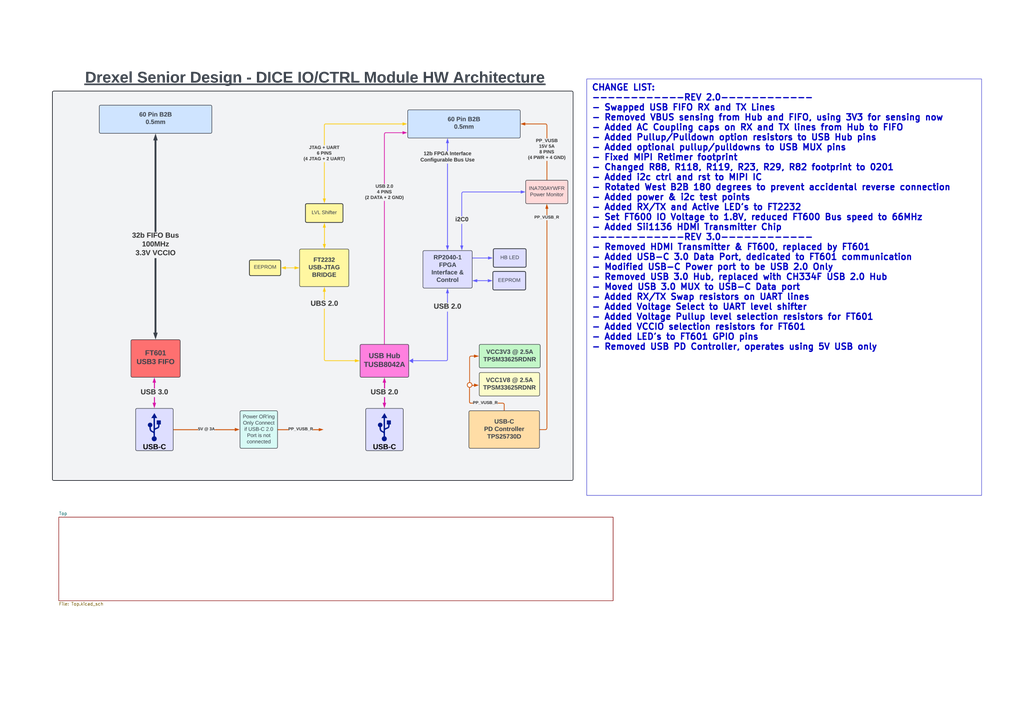
<source format=kicad_sch>
(kicad_sch (version 20250114) (generator "eeschema") (generator_version "9.0")
  (paper "A3")
  (title_block (title "Architecture") (date "2025-02-18") (rev "3.0") (company "Drexel University") (comment 1 "Designed by John Hofmeyr"))
  (lib_symbols)
  (text_box "CHANGE LIST:\n------------REV 2.0------------\n- Swapped USB FIFO RX and TX Lines\n- Removed VBUS sensing from Hub and FIFO, using 3V3 for sensing now\n- Added AC Coupling caps on RX and TX lines from Hub to FIFO\n- Added Pullup/Pulldown option resistors to USB Hub pins\n- Added optional pullup/pulldowns to USB MUX pins\n- Fixed MIPI Retimer footprint\n- Changed R88, R118, R119, R23, R29, R82 footprint to 0201\n- Added i2c ctrl and rst to MIPI IC\n- Rotated West B2B 180 degrees to prevent accidental reverse connection\n- Added power & i2c test points\n- Added RX/TX and Active LED's to FT2232\n- Set FT600 IO Voltage to 1.8V, reduced FT600 Bus speed to 66MHz\n- Added Sii1136 HDMI Transmitter Chip\n------------REV 3.0------------\n- Removed HDMI Transmitter & FT600, replaced by FT601\n- Added USB-C 3.0 Data Port, dedicated to FT601 communication\n- Modified USB-C Power port to be USB 2.0 Only\n- Removed USB 3.0 Hub, replaced with CH334F USB 2.0 Hub\n- Moved USB 3.0 MUX to USB-C Data port\n- Added RX/TX Swap resistors on UART lines\n- Added Voltage Select to UART level shifter\n- Added Voltage Pullup level selection resistors for FT601\n- Added VCCIO selection resistors for FT601\n- Added LED's to FT601 GPIO pins\n- Removed USB PD Controller, operates using 5V USB only" (at 240.665 32.385 0) (size 161.925 170.815) (margins 1.905 1.905 1.905 1.905) (effects (font (size 2.54 2.54) (thickness 0.508) (bold yes)) (justify left top)))
  (image (at 128.27 112.395) (scale 0.605946))
  (sheet (at 24.13 212.09) (size 227.33 34.29) (stroke (width 0.1524))
    (property "Sheetname" "Top" (at 24.13 211.3784 0) (effects (justify left bottom)))
    (property "Sheetfile" "Top.kicad_sch" (at 24.13 246.9646 0) (effects (justify left top)))
  )
)
</source>
